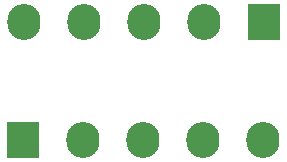
<source format=gbr>
G04*
G04 #@! TF.GenerationSoftware,Altium Limited,Altium Designer,23.0.1 (38)*
G04*
G04 Layer_Color=255*
%FSLAX25Y25*%
%MOIN*%
G70*
G04*
G04 #@! TF.SameCoordinates,522C3931-FE7E-4C40-AD20-8D3CB5E53036*
G04*
G04*
G04 #@! TF.FilePolarity,Positive*
G04*
G01*
G75*
%ADD34O,0.11000X0.12000*%
%ADD35R,0.11000X0.12000*%
D34*
X419800Y150600D02*
D03*
X399800D02*
D03*
X439800D02*
D03*
X459800D02*
D03*
X380000Y190000D02*
D03*
X400000D02*
D03*
X440000D02*
D03*
X420000D02*
D03*
D35*
X379800Y150600D02*
D03*
X460000Y190000D02*
D03*
M02*

</source>
